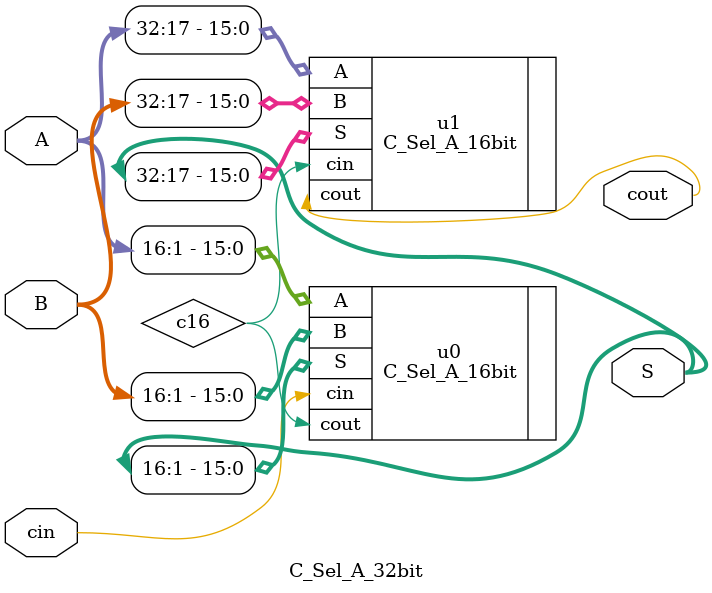
<source format=v>
module C_Sel_A_32bit #(
    parameter width=32
)(
    input wire [width:1] A,
    input wire [width:1] B,
    input wire cin,
    output wire [width:1] S,
    output wire cout
);

    wire c16;

    C_Sel_A_16bit #(.width(16)) u0 (
        .A(A[16:1]),
        .B(B[16:1]),
        .cin(cin),
        .S(S[16:1]),
        .cout(c16)
    );
    C_Sel_A_16bit #(.width(16)) u1 (
        .A(A[32:17]),
        .B(B[32:17]),
        .cin(c16),
        .S(S[32:17]),
        .cout(cout)
    );

endmodule

</source>
